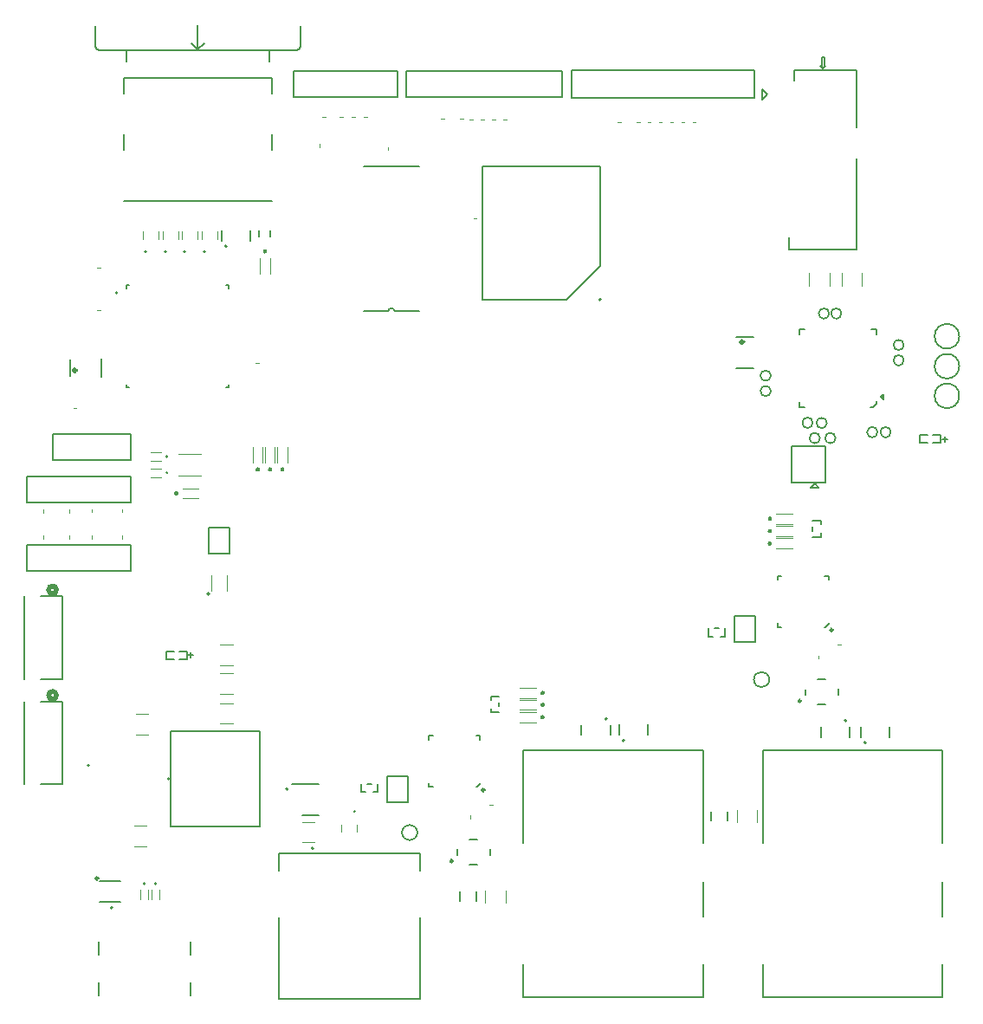
<source format=gto>
G04*
G04 #@! TF.GenerationSoftware,Altium Limited,Altium Designer,18.1.6 (161)*
G04*
G04 Layer_Color=65535*
%FSTAX24Y24*%
%MOIN*%
G70*
G01*
G75*
%ADD10C,0.0060*%
%ADD11C,0.0059*%
%ADD12C,0.0100*%
%ADD13C,0.0157*%
%ADD14C,0.0079*%
%ADD15C,0.0079*%
%ADD16C,0.0200*%
%ADD17C,0.0118*%
%ADD18C,0.0080*%
%ADD19C,0.0039*%
%ADD20C,0.0050*%
%ADD21C,0.0020*%
%ADD22C,0.0070*%
D10*
X04237Y03984D02*
G03*
X04213Y03984I-00012J0D01*
G01*
X059344Y034961D02*
G03*
X059344Y034961I-0002J0D01*
G01*
X059009Y035541D02*
G03*
X059009Y035541I-0002J0D01*
G01*
X058743Y034961D02*
G03*
X058743Y034961I-0002J0D01*
G01*
X058468Y035551D02*
G03*
X058468Y035551I-0002J0D01*
G01*
X033707Y02185D02*
G03*
X033707Y02185I-00003J0D01*
G01*
X040857Y020591D02*
G03*
X040857Y020591I-00003J0D01*
G01*
X060958Y035187D02*
G03*
X060958Y035187I-0002J0D01*
G01*
X059098Y039754D02*
G03*
X059098Y039754I-0002J0D01*
G01*
X056854Y036772D02*
G03*
X056854Y036772I-0002J0D01*
G01*
X06147Y035187D02*
G03*
X06147Y035187I-0002J0D01*
G01*
X056854Y037362D02*
G03*
X056854Y037362I-0002J0D01*
G01*
X05957Y039754D02*
G03*
X05957Y039754I-0002J0D01*
G01*
X064106Y037726D02*
G03*
X064106Y037726I-000474J0D01*
G01*
Y038878D02*
G03*
X064106Y038878I-000474J0D01*
G01*
X061972Y037953D02*
G03*
X061972Y037953I-0002J0D01*
G01*
Y038543D02*
G03*
X061972Y038543I-0002J0D01*
G01*
X064106Y036585D02*
G03*
X064106Y036585I-000474J0D01*
G01*
X032829Y042132D02*
G03*
X032829Y042132I-00003J0D01*
G01*
X033577D02*
G03*
X033577Y042132I-00003J0D01*
G01*
X035073D02*
G03*
X035073Y042132I-00003J0D01*
G01*
X034325D02*
G03*
X034325Y042132I-00003J0D01*
G01*
X04237Y03984D02*
X04333D01*
X04117D02*
X04213D01*
X04117Y0454D02*
X04333D01*
X060158Y042219D02*
Y045719D01*
X057558Y042219D02*
X060158D01*
X057558D02*
Y042669D01*
X060158Y046919D02*
Y049119D01*
X057758D02*
X060158D01*
X057758Y048719D02*
Y049119D01*
X056508Y047969D02*
X056708Y048169D01*
X056508Y047969D02*
Y048369D01*
X056708Y048169D01*
X058858Y049169D02*
X058958Y049269D01*
X058908D02*
X058958D01*
X058908D02*
Y049619D01*
X058808D02*
X058908D01*
X058808Y049269D02*
Y049619D01*
X058758Y049269D02*
X058808D01*
X058758D02*
X058858Y049169D01*
X058937Y033237D02*
Y034637D01*
X057637Y033237D02*
Y034637D01*
X058387Y033062D02*
X058537Y033212D01*
X058687Y033062D01*
X057637Y034637D02*
X058937D01*
X057637Y033237D02*
X058937D01*
X058387Y033062D02*
X058687D01*
X057937Y03914D02*
X058137D01*
X057937Y03894D02*
Y03914D01*
Y03614D02*
X058137D01*
X057937D02*
Y03634D01*
X060736Y03914D02*
X060936D01*
Y03894D02*
Y03914D01*
X060686Y03614D02*
X060786D01*
X060936Y03629D01*
Y03639D01*
X061186Y03644D02*
Y03664D01*
X061087Y03654D02*
X061186Y03664D01*
X061087Y03654D02*
X061186Y03644D01*
X033747Y02003D02*
X037197D01*
Y02367D01*
X033747D02*
X037197D01*
X033747Y02003D02*
Y02367D01*
X028118Y021643D02*
Y024813D01*
X028749Y021643D02*
X029598D01*
Y024813D01*
X028749D02*
X029598D01*
X028749Y028868D02*
X029598D01*
Y025698D02*
Y028868D01*
X028749Y025698D02*
X029598D01*
X028118D02*
Y028868D01*
D11*
X033642Y033622D02*
G03*
X033642Y033622I-00003J0D01*
G01*
Y034252D02*
G03*
X033642Y034252I-00003J0D01*
G01*
X056791Y025669D02*
G03*
X056791Y025669I-000295J0D01*
G01*
X043248Y019783D02*
G03*
X043248Y019783I-000295J0D01*
G01*
X032766Y017825D02*
G03*
X032766Y017825I-00003J0D01*
G01*
X033199D02*
G03*
X033199Y017825I-00003J0D01*
G01*
X038425Y021654D02*
X039449D01*
X038834Y020463D02*
X039464D01*
D12*
X058019Y024847D02*
G03*
X058019Y024847I-00005J0D01*
G01*
X059241Y027581D02*
G03*
X059241Y027581I-00005J0D01*
G01*
X044611Y018687D02*
G03*
X044611Y018687I-00005J0D01*
G01*
X045833Y021422D02*
G03*
X045833Y021422I-00005J0D01*
G01*
X030967Y01802D02*
G03*
X030967Y01802I-00005J0D01*
G01*
D13*
X033972Y032832D02*
G03*
X033972Y032832I-000008J0D01*
G01*
X056817Y030903D02*
G03*
X056817Y030903I-000008J0D01*
G01*
Y031858D02*
G03*
X056817Y031858I-000008J0D01*
G01*
Y031386D02*
G03*
X056817Y031386I-000008J0D01*
G01*
X048069Y024227D02*
G03*
X048069Y024227I-000008J0D01*
G01*
X048071Y02516D02*
G03*
X048071Y02516I-000008J0D01*
G01*
Y024697D02*
G03*
X048071Y024697I-000008J0D01*
G01*
X038056Y033756D02*
G03*
X038056Y033756I-000008J0D01*
G01*
X037111Y033756D02*
G03*
X037111Y033756I-000008J0D01*
G01*
X037583D02*
G03*
X037583Y033756I-000008J0D01*
G01*
X037388Y042148D02*
G03*
X037388Y042148I-000008J0D01*
G01*
D14*
X059764Y024085D02*
G03*
X059764Y024085I-000039J0D01*
G01*
X060512Y023238D02*
G03*
X060512Y023238I-000039J0D01*
G01*
X050551Y024156D02*
G03*
X050551Y024156I-000039J0D01*
G01*
X05122Y023317D02*
G03*
X05122Y023317I-000039J0D01*
G01*
X031516Y01689D02*
G03*
X031516Y01689I-000039J0D01*
G01*
X038273Y021463D02*
G03*
X038273Y021463I-000039J0D01*
G01*
X03063Y022362D02*
G03*
X03063Y022362I-000039J0D01*
G01*
X039252Y019173D02*
G03*
X039252Y019173I-000039J0D01*
G01*
X030866Y05003D02*
G03*
X030984Y049892I000128J-00001D01*
G01*
X038622D02*
G03*
X03874Y05003I-00001J000128D01*
G01*
X050315Y040295D02*
G03*
X050315Y040295I-000039J0D01*
G01*
X031707Y040544D02*
G03*
X031707Y040544I-000039J0D01*
G01*
X03591Y042339D02*
G03*
X03591Y042339I-000039J0D01*
G01*
X032209Y032492D02*
Y033492D01*
X028209Y032492D02*
X032209D01*
X028209Y033492D02*
X032209D01*
X028209Y032492D02*
Y033492D01*
X028224Y029854D02*
Y030854D01*
X032224D01*
X028224Y029854D02*
X032224D01*
Y030854D01*
X029209Y034106D02*
Y035106D01*
Y034106D02*
X032209D01*
Y035106D01*
X029209D02*
X032209D01*
X029209Y034106D02*
Y035106D01*
X055187Y020236D02*
Y020591D01*
X054557Y020236D02*
Y020591D01*
X04488Y017148D02*
Y017502D01*
X04551Y017148D02*
Y017502D01*
X030996Y013504D02*
Y014008D01*
X034516Y013504D02*
Y014008D01*
X030996Y015079D02*
Y015571D01*
X034516Y015079D02*
Y015571D01*
X037913Y018969D02*
X043346D01*
X037913Y013394D02*
X043346D01*
X037913Y018315D02*
Y018969D01*
Y013394D02*
Y016508D01*
X043346Y018315D02*
Y018969D01*
Y013394D02*
Y016508D01*
X055511Y037657D02*
X056181D01*
X055516Y038839D02*
X056176D01*
X029892Y037337D02*
Y037997D01*
X031073Y037332D02*
Y038002D01*
X031949Y046053D02*
Y046644D01*
Y044085D02*
X037657D01*
X031949Y048218D02*
Y048809D01*
X037657Y046053D02*
Y046644D01*
Y048218D02*
Y048809D01*
X037638Y048829D02*
X037657Y048809D01*
X031949Y048829D02*
X037638D01*
X034803Y049911D02*
Y050837D01*
X034567Y050148D02*
X034803Y049911D01*
X035039Y050148D01*
X037539Y049439D02*
Y049892D01*
X032067Y049439D02*
Y049892D01*
X030866Y05001D02*
Y050817D01*
X030984Y049892D02*
X038622D01*
X03874Y05003D02*
Y050817D01*
X048996Y040295D02*
X050276Y041575D01*
Y045413D01*
X045748D02*
X050276D01*
X045748Y040295D02*
Y045413D01*
Y040295D02*
X048996D01*
X038484Y048083D02*
Y049083D01*
X042484D01*
X038484Y048083D02*
X042484D01*
Y049083D01*
X042831Y048083D02*
Y049083D01*
X048831Y048083D02*
Y049083D01*
X042831Y048083D02*
X048831D01*
X042831Y049083D02*
X048831D01*
D15*
X035262Y028969D02*
G03*
X035262Y028969I-00005J0D01*
G01*
D16*
X029358Y025063D02*
G03*
X029358Y025063I-00015J0D01*
G01*
Y029118D02*
G03*
X029358Y029118I-00015J0D01*
G01*
D17*
X055811Y038662D02*
G03*
X055811Y038662I-000064J0D01*
G01*
X030132Y037567D02*
G03*
X030132Y037567I-000064J0D01*
G01*
D18*
X054247Y019389D02*
Y022939D01*
Y013439D02*
Y014729D01*
X047327Y013439D02*
X054247D01*
X047327D02*
Y014729D01*
Y019389D02*
Y022939D01*
X054247D01*
Y016549D02*
Y017889D01*
X063467Y019389D02*
Y022939D01*
Y013439D02*
Y014729D01*
X056547Y013439D02*
X063467D01*
X056547D02*
Y014729D01*
Y019389D02*
Y022939D01*
X063467D01*
Y016549D02*
Y017889D01*
D19*
X032997Y03378D02*
X033381D01*
X032992Y033465D02*
X033376D01*
X03422Y033029D02*
X03483D01*
X034221Y03264D02*
X034831D01*
X034055Y03435D02*
X034928D01*
X034055Y033524D02*
X034921D01*
X032997Y034409D02*
X033381D01*
X032992Y034094D02*
X033376D01*
X055541Y020177D02*
Y02065D01*
X056329Y020177D02*
Y02065D01*
X057065Y0311D02*
X057675D01*
X057065Y032055D02*
X057675D01*
X057066Y031666D02*
X057676D01*
X057066Y030711D02*
X057676D01*
X057065Y031582D02*
X057675D01*
X057066Y031193D02*
X057676D01*
X046652Y017089D02*
Y017561D01*
X045864Y017089D02*
Y017561D01*
X047194Y024419D02*
X047804D01*
X047195Y02403D02*
X047805D01*
X047196Y025352D02*
X047806D01*
X047197Y024963D02*
X047807D01*
X047196Y02489D02*
X047806D01*
X047197Y0245D02*
X047807D01*
X032579Y01721D02*
Y017594D01*
X032894Y017205D02*
Y017589D01*
X033012Y01721D02*
Y017594D01*
X033327Y017205D02*
Y017589D01*
X035669Y025906D02*
X036142D01*
X035669Y025118D02*
X036142D01*
X035669Y027008D02*
X036142D01*
X035669Y02622D02*
X036142D01*
X035912Y029069D02*
Y029669D01*
X035312Y029069D02*
Y029669D01*
X035669Y024764D02*
X036142D01*
X035669Y023976D02*
X036142D01*
X038819Y019409D02*
X039291D01*
X038819Y020197D02*
X039291D01*
X032362Y020039D02*
X032835D01*
X032362Y019252D02*
X032835D01*
X032411Y02435D02*
X032884D01*
X032411Y023563D02*
X032884D01*
X040325Y01982D02*
Y020098D01*
X040925Y01982D02*
Y020098D01*
X059109Y040832D02*
Y041304D01*
X058322Y040832D02*
Y041304D01*
X060369Y040832D02*
Y041304D01*
X059582Y040832D02*
Y041304D01*
X033301Y042624D02*
Y042903D01*
X032701Y042624D02*
Y042903D01*
X033449Y042624D02*
Y042903D01*
X034049Y042624D02*
Y042903D01*
X034945Y042624D02*
Y042903D01*
X035545Y042624D02*
Y042903D01*
X034197Y042624D02*
Y042903D01*
X034797Y042624D02*
Y042903D01*
X03824Y034013D02*
Y034623D01*
X037851Y034012D02*
Y034622D01*
X037296Y034013D02*
Y034623D01*
X036906Y034012D02*
Y034622D01*
X037379Y034012D02*
Y034622D01*
X037768Y034013D02*
Y034623D01*
X037577Y041282D02*
Y041892D01*
X037187Y041281D02*
Y041891D01*
D20*
X059449Y025077D02*
Y025307D01*
X058659Y024705D02*
X058969D01*
X058659Y025689D02*
X058969D01*
X058189Y025297D02*
X058189Y025087D01*
X055466Y028118D02*
X056266D01*
X055466Y027118D02*
Y028118D01*
Y027118D02*
X056266D01*
Y028118D01*
X059075Y027815D02*
Y027845D01*
X058957Y027697D02*
X059075Y027815D01*
X058927Y027697D02*
X058957D01*
X058927Y029665D02*
X059075D01*
Y029517D02*
Y029665D01*
X057106D02*
X057254D01*
X057106Y029517D02*
Y029665D01*
Y027697D02*
Y027845D01*
Y027697D02*
X057254D01*
X058455Y031398D02*
Y031558D01*
Y031791D02*
X05877D01*
Y031634D02*
Y031791D01*
X058455Y031161D02*
X05877D01*
Y031319D01*
X054685Y027638D02*
X054846D01*
X055079Y027323D02*
Y027638D01*
X054921Y027323D02*
X055079D01*
X054449D02*
Y027638D01*
Y027323D02*
X054606D01*
X05989Y023465D02*
Y023858D01*
X058772Y023465D02*
Y023858D01*
X060307Y023465D02*
Y023858D01*
X061425Y023465D02*
Y023858D01*
X046041Y018917D02*
Y019147D01*
X045251Y018545D02*
X045561D01*
X045251Y01953D02*
X045561D01*
X044781Y019137D02*
X044782Y018927D01*
X043699Y021537D02*
X043847D01*
X043699D02*
Y021685D01*
Y023358D02*
Y023506D01*
X043847D01*
X045667Y023358D02*
Y023506D01*
X045519D02*
X045667D01*
X045519Y021537D02*
X045549D01*
X045667Y021656D01*
Y021685D01*
X046081Y024874D02*
Y025032D01*
X046396D01*
X046081Y024402D02*
Y024559D01*
Y024402D02*
X046396D01*
Y024635D02*
Y024795D01*
X050677Y023536D02*
Y02393D01*
X049559Y023536D02*
Y02393D01*
X051016Y023543D02*
Y023937D01*
X052134Y023543D02*
Y023937D01*
X041091Y02135D02*
X041248D01*
X041091D02*
Y021665D01*
X041563Y02135D02*
X041721D01*
Y021665D01*
X041327D02*
X041487D01*
X042878Y020959D02*
Y021959D01*
X042078Y020959D02*
X042878D01*
X042078D02*
Y021959D01*
X042878D01*
X031024Y017913D02*
X031811D01*
X031024Y017126D02*
X031811D01*
X034376Y026464D02*
Y026764D01*
X034076D02*
X034376D01*
X033576D02*
X033876D01*
X033576Y026464D02*
Y026764D01*
Y026464D02*
X033876D01*
X034076D02*
X034376D01*
X034426Y026614D02*
X034626D01*
X034526Y026514D02*
Y026714D01*
X03521Y030504D02*
X03601D01*
Y031504D01*
X03521D02*
X03601D01*
X03521Y030504D02*
Y031504D01*
X063552Y034821D02*
Y035021D01*
X063452Y034921D02*
X063652D01*
X063102Y034771D02*
X063402D01*
X062602D02*
X062902D01*
X062602D02*
Y035071D01*
X062902D01*
X063102D02*
X063402D01*
Y034771D02*
Y035071D01*
X035872Y036902D02*
X035988D01*
X035872Y040839D02*
X035988D01*
X032051Y036902D02*
X032168D01*
X032051Y040839D02*
X032168D01*
X035988Y036902D02*
Y037018D01*
Y040723D02*
Y040839D01*
X032051Y036902D02*
Y037018D01*
Y040723D02*
Y040839D01*
X037169Y042707D02*
Y042935D01*
X037583Y042707D02*
Y042935D01*
X035705Y042565D02*
Y042959D01*
X036823Y042565D02*
Y042959D01*
D21*
X03188Y032106D02*
Y032224D01*
X030709Y031083D02*
Y031201D01*
X03188Y031083D02*
Y031201D01*
X030709Y032106D02*
Y032224D01*
X028858Y032091D02*
Y032209D01*
X028858Y031083D02*
Y031201D01*
X029862Y031083D02*
Y031201D01*
X029862Y032091D02*
Y032209D01*
X058681Y026467D02*
Y026585D01*
X059429Y027018D02*
X059547D01*
X045274Y020317D02*
Y020435D01*
X046022Y020858D02*
X04614D01*
X03001Y036132D02*
X030128D01*
X030929Y039878D02*
X031047D01*
X042126Y046043D02*
Y046161D01*
X045413Y043425D02*
X045532D01*
X037028Y037835D02*
X037146D01*
X039488Y046161D02*
Y04628D01*
X030929Y041502D02*
X031047D01*
X041201Y047323D02*
X041319D01*
X040728D02*
X040846D01*
X040256D02*
X040374D01*
X039587D02*
X039705D01*
X053839Y047126D02*
X053957D01*
X046555Y047205D02*
X046673D01*
X053406Y047126D02*
X053524D01*
X046122Y047205D02*
X04624D01*
X052972Y047126D02*
X053091D01*
X045689Y047205D02*
X045807D01*
X052539Y047126D02*
X052657D01*
X045256Y047205D02*
X045374D01*
X052106Y047126D02*
X052224D01*
X044902Y047244D02*
X04502D01*
X051693Y047116D02*
X051811D01*
X044154Y047244D02*
X044272D01*
X050965Y047126D02*
X051083D01*
D22*
X049171Y048051D02*
X056219D01*
X049171Y049114D02*
X056219D01*
Y048051D02*
Y049114D01*
X049171Y048051D02*
Y049114D01*
M02*

</source>
